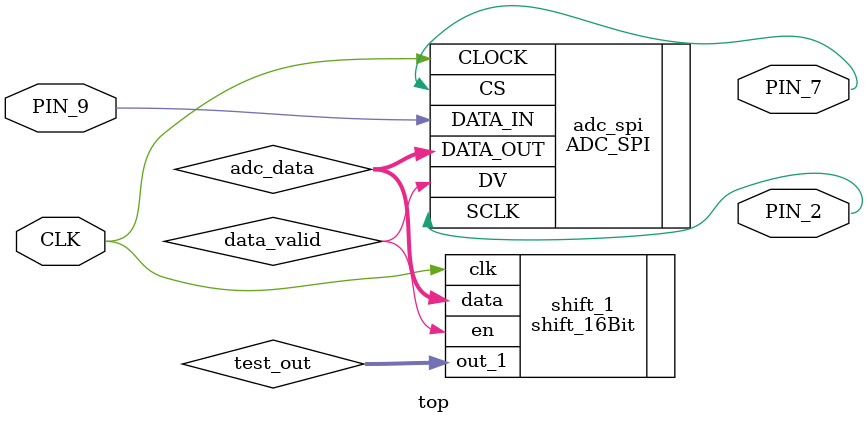
<source format=v>
module top
    (
    input CLK,    // 16MHz clock
    input PIN_9,  //  DATA_IN from ADC
    output PIN_2,   // SCLK
    output PIN_7   // CS
);

reg [7:0] data_test;
wire data_valid;
wire [15:0]adc_data;
wire [15:0]test_out;

ADC_SPI adc_spi 
    (
        .CLOCK(CLK),
        .CS(PIN_7),
        .SCLK(PIN_2),
        .DATA_IN(PIN_9),
        .DV(data_valid),
        .DATA_OUT(adc_data[15:0])
        );

shift_16Bit shift_1
(
    .data(adc_data[15:0]),
    .clk(CLK),
    .en(data_valid),
    .out_1(test_out[15:0])
    );

endmodule

</source>
